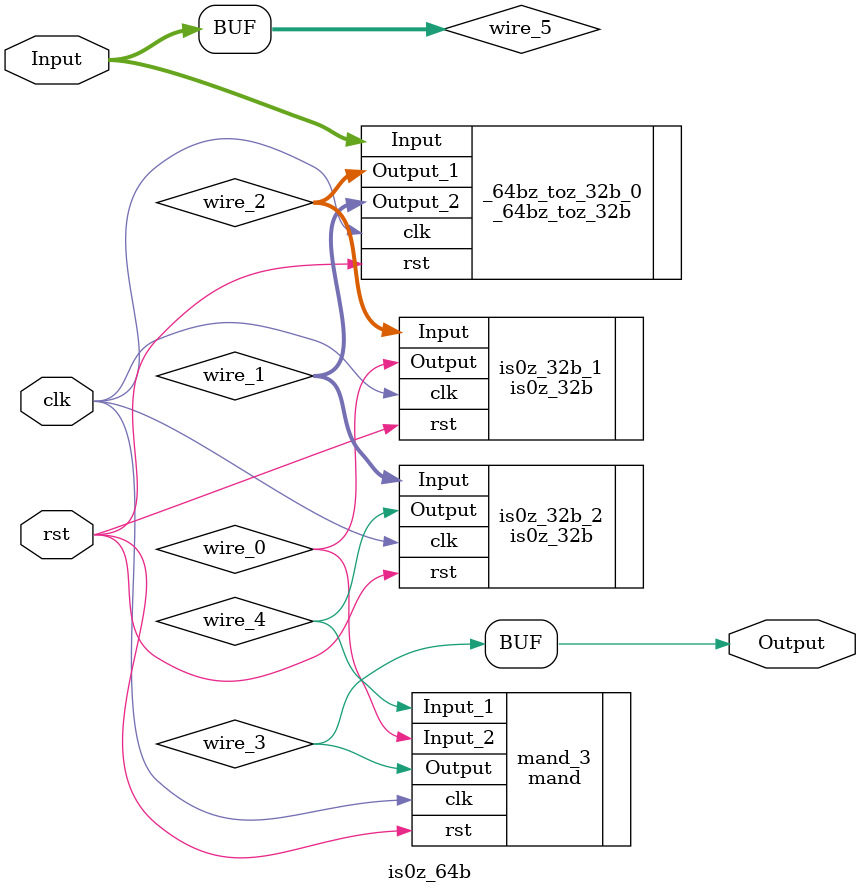
<source format=v>
module is0z_64b (clk, rst, Input, Output);
  parameter UUID = 0;
  parameter NAME = "";
  input wire clk;
  input wire rst;

  input  wire [63:0] Input;
  output  wire [0:0] Output;

  _64bz_toz_32b # (.UUID(64'd870880980460894123 ^ UUID)) _64bz_toz_32b_0 (.clk(clk), .rst(rst), .Input(wire_5), .Output_1(wire_2), .Output_2(wire_1));
  is0z_32b # (.UUID(64'd3729807702673713066 ^ UUID)) is0z_32b_1 (.clk(clk), .rst(rst), .Input(wire_2), .Output(wire_0));
  is0z_32b # (.UUID(64'd3489082053998795290 ^ UUID)) is0z_32b_2 (.clk(clk), .rst(rst), .Input(wire_1), .Output(wire_4));
  mand # (.UUID(64'd3038063054886311266 ^ UUID)) mand_3 (.clk(clk), .rst(rst), .Input_1(wire_4), .Input_2(wire_0), .Output(wire_3));

  wire [0:0] wire_0;
  wire [31:0] wire_1;
  wire [31:0] wire_2;
  wire [0:0] wire_3;
  assign Output = wire_3;
  wire [0:0] wire_4;
  wire [63:0] wire_5;
  assign wire_5 = Input;

endmodule

</source>
